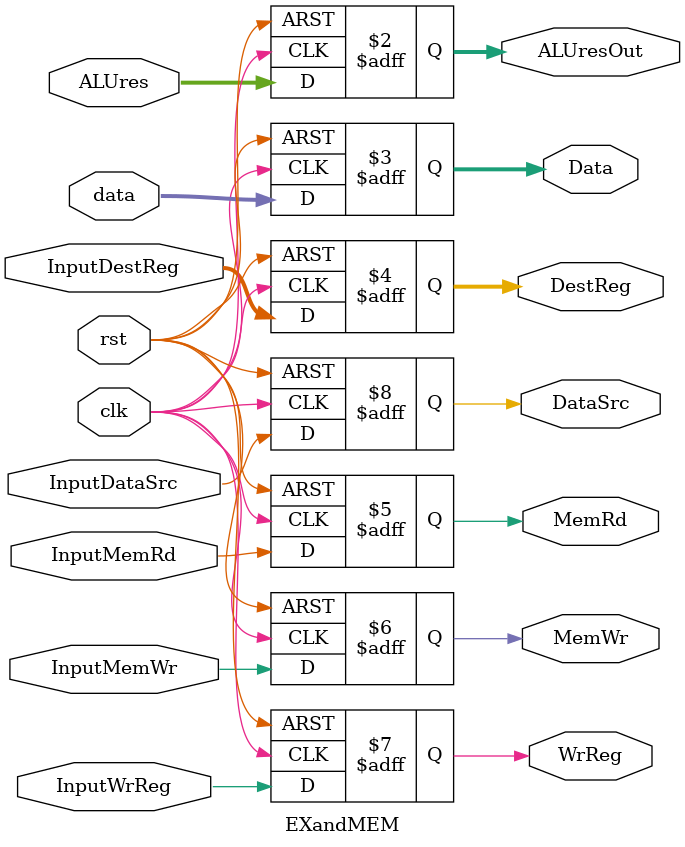
<source format=v>
module EXandMEM(input clk, rst,input[31:0] ALUres, input[31:0] data, input[4:0] InputDestReg, input InputMemRd, InputMemWr, InputWrReg, InputDataSrc,
       output reg [31:0]ALUresOut, output reg [31:0] Data, output reg[4:0] DestReg, output reg  MemRd, MemWr, WrReg, DataSrc);
       
       always@(posedge clk, posedge rst) begin
         if(rst) {ALUresOut, Data, DestReg, MemRd, MemWr, WrReg, DataSrc} <= 73'b0;
         else begin
            ALUresOut <= ALUres;
            Data <= data;
            DestReg <= InputDestReg;
            MemRd <= InputMemRd;
            MemWr <= InputMemWr;
            WrReg <= InputWrReg;
            DataSrc <= InputDataSrc;
         end
       end
  
endmodule

</source>
